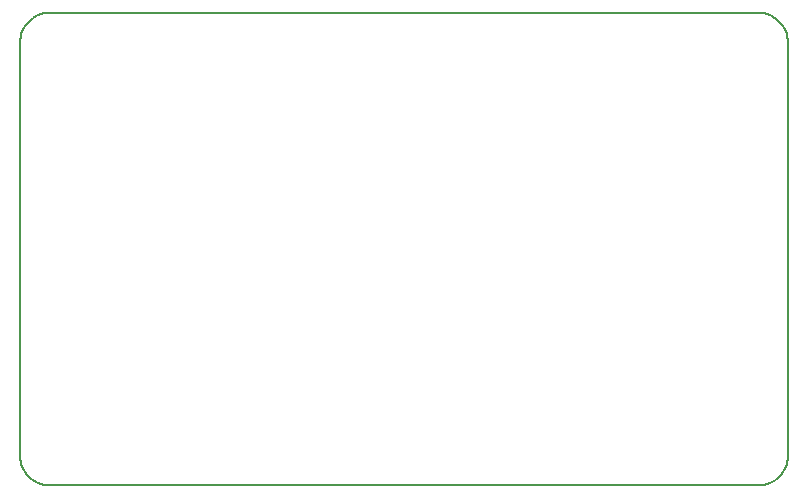
<source format=gbr>
G04 DipTrace 3.1.0.1*
G04 TAS5805Mbis2.BoardOutline.gbr*
%MOIN*%
G04 #@! TF.FileFunction,Profile*
G04 #@! TF.Part,Single*
%ADD11C,0.005512*%
%FSLAX26Y26*%
G04*
G70*
G90*
G75*
G01*
G04 BoardOutline*
%LPD*%
X2953071Y492441D2*
D11*
X2952598Y482795D1*
X2951181Y473228D1*
X2948819Y463858D1*
X2945591Y454764D1*
X2941457Y446063D1*
X2936496Y437756D1*
X2930748Y430000D1*
X2925669Y424409D1*
X2924252Y422835D1*
X2917087Y416339D1*
X2909331Y410591D1*
X2908346Y410000D1*
X2901024Y405630D1*
X2892323Y401496D1*
X2883228Y398268D1*
X2873858Y395906D1*
X2864291Y394488D1*
X2854646Y394016D1*
X492441D1*
X489449Y394160D1*
X482795Y394488D1*
X473228Y395906D1*
X463858Y398268D1*
X454764Y401496D1*
X446063Y405630D1*
X437756Y410591D1*
X430000Y416339D1*
X422835Y422835D1*
X421404Y424409D1*
X416339Y430000D1*
X410591Y437756D1*
X405630Y446063D1*
X401496Y454764D1*
X398268Y463858D1*
X395906Y473228D1*
X394488Y482795D1*
X394016Y492441D1*
Y498898D1*
Y505039D1*
Y585669D1*
Y590866D1*
Y1771969D1*
Y1795118D1*
Y1870394D1*
X394278Y1875748D1*
X394488Y1880039D1*
X395906Y1889606D1*
X398268Y1898976D1*
X401496Y1908071D1*
X405630Y1916772D1*
X410591Y1925079D1*
X416339Y1932835D1*
X422835Y1940000D1*
X430000Y1946496D1*
X437756Y1952244D1*
X446063Y1957205D1*
X454764Y1961339D1*
X463858Y1964567D1*
X473228Y1966929D1*
X482795Y1968346D1*
X489449Y1968675D1*
X492441Y1968819D1*
X2854646D1*
X2864291Y1968346D1*
X2873858Y1966929D1*
X2883228Y1964567D1*
X2892323Y1961339D1*
X2901024Y1957205D1*
X2908346Y1952835D1*
X2909331Y1952244D1*
X2917087Y1946496D1*
X2924252Y1940000D1*
X2930709Y1932835D1*
X2936496Y1925079D1*
X2941457Y1916772D1*
X2945591Y1908071D1*
X2948819Y1898976D1*
X2951181Y1889606D1*
X2952598Y1880039D1*
X2952808Y1875748D1*
X2953071Y1870394D1*
Y1863937D1*
Y1858675D1*
Y1853793D1*
Y1848465D1*
Y1843465D1*
Y1837913D1*
Y1832769D1*
Y1826916D1*
Y1820958D1*
Y1814659D1*
Y1771969D1*
Y590866D1*
Y585669D1*
Y505039D1*
Y492441D1*
M02*

</source>
